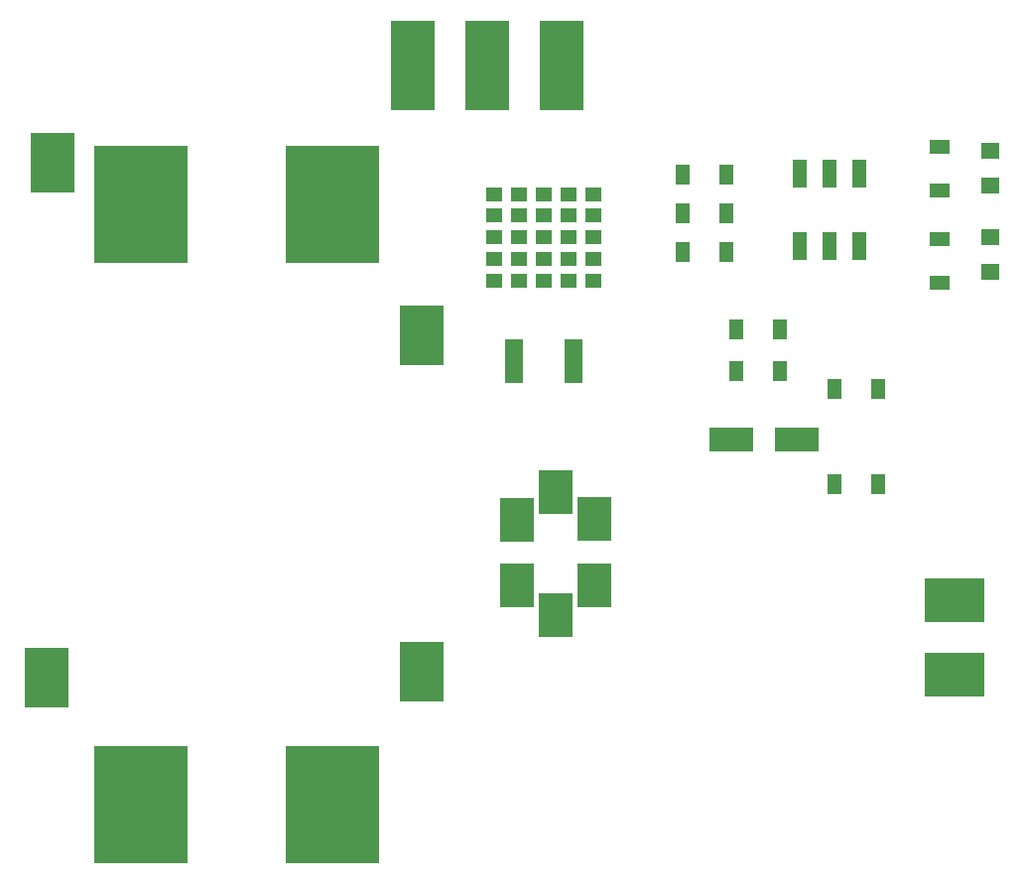
<source format=gbr>
G04 EAGLE Gerber RS-274X export*
G75*
%MOMM*%
%FSLAX34Y34*%
%LPD*%
%INSolderpaste Top*%
%IPPOS*%
%AMOC8*
5,1,8,0,0,1.08239X$1,22.5*%
G01*
%ADD10R,8.000000X10.000000*%
%ADD11R,2.971800X3.810000*%
%ADD12R,3.810000X5.080000*%
%ADD13R,5.080000X3.810000*%
%ADD14R,1.340000X1.160000*%
%ADD15R,1.508000X3.808000*%
%ADD16R,3.810000X7.620000*%
%ADD17R,3.754000X2.108000*%
%ADD18R,1.300000X1.800000*%
%ADD19R,1.600000X1.400000*%
%ADD20R,1.800000X1.300000*%
%ADD21R,1.147000X2.408000*%


D10*
X428620Y766800D03*
X591620Y766800D03*
X428620Y254800D03*
X591620Y254800D03*
D11*
X782320Y416560D03*
X782320Y521208D03*
X815340Y441960D03*
X815340Y498348D03*
X749300Y441960D03*
X749300Y497840D03*
D12*
X347980Y363220D03*
X668020Y368300D03*
X353060Y802640D03*
X668020Y655320D03*
D13*
X1122680Y429260D03*
X1122680Y365760D03*
D14*
X729460Y702000D03*
X729460Y720400D03*
X729460Y738800D03*
X729460Y757200D03*
X729460Y775600D03*
X750760Y702000D03*
X750760Y720400D03*
X750760Y738800D03*
X750760Y757200D03*
X750760Y775600D03*
X772060Y702000D03*
X772060Y720400D03*
X772060Y738800D03*
X772060Y757200D03*
X772060Y775600D03*
X793360Y702000D03*
X793360Y720400D03*
X793360Y738800D03*
X793360Y757200D03*
X793360Y775600D03*
X814660Y702000D03*
X814660Y720400D03*
X814660Y738800D03*
X814660Y757200D03*
X814660Y775600D03*
D15*
X746760Y632800D03*
X797560Y632800D03*
D16*
X787400Y885190D03*
X723900Y885190D03*
X660400Y885190D03*
D17*
X988120Y566420D03*
X932120Y566420D03*
D18*
X890820Y792480D03*
X927820Y792480D03*
X927820Y759460D03*
X890820Y759460D03*
X890820Y726440D03*
X927820Y726440D03*
X1020360Y528320D03*
X1057360Y528320D03*
X1020360Y609600D03*
X1057360Y609600D03*
D19*
X1153160Y812560D03*
X1153160Y782560D03*
D20*
X1109980Y779060D03*
X1109980Y816060D03*
D19*
X1153160Y738900D03*
X1153160Y708900D03*
D20*
X1109980Y700320D03*
X1109980Y737320D03*
D18*
X973540Y660400D03*
X936540Y660400D03*
X973540Y624840D03*
X936540Y624840D03*
D21*
X990600Y730960D03*
X990600Y793040D03*
X1016000Y730960D03*
X1016000Y793040D03*
X1041400Y730960D03*
X1041400Y793040D03*
M02*

</source>
